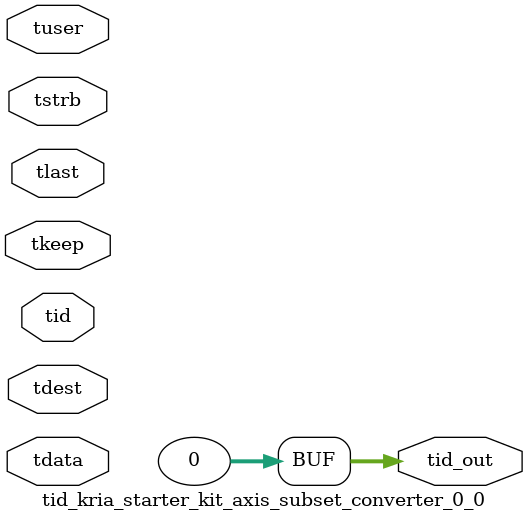
<source format=v>


`timescale 1ps/1ps

module tid_kria_starter_kit_axis_subset_converter_0_0 #
(
parameter C_S_AXIS_TID_WIDTH   = 1,
parameter C_S_AXIS_TUSER_WIDTH = 0,
parameter C_S_AXIS_TDATA_WIDTH = 0,
parameter C_S_AXIS_TDEST_WIDTH = 0,
parameter C_M_AXIS_TID_WIDTH   = 32
)
(
input  [(C_S_AXIS_TID_WIDTH   == 0 ? 1 : C_S_AXIS_TID_WIDTH)-1:0       ] tid,
input  [(C_S_AXIS_TDATA_WIDTH == 0 ? 1 : C_S_AXIS_TDATA_WIDTH)-1:0     ] tdata,
input  [(C_S_AXIS_TUSER_WIDTH == 0 ? 1 : C_S_AXIS_TUSER_WIDTH)-1:0     ] tuser,
input  [(C_S_AXIS_TDEST_WIDTH == 0 ? 1 : C_S_AXIS_TDEST_WIDTH)-1:0     ] tdest,
input  [(C_S_AXIS_TDATA_WIDTH/8)-1:0 ] tkeep,
input  [(C_S_AXIS_TDATA_WIDTH/8)-1:0 ] tstrb,
input                                                                    tlast,
output [(C_M_AXIS_TID_WIDTH   == 0 ? 1 : C_M_AXIS_TID_WIDTH)-1:0       ] tid_out
);

assign tid_out = {1'b0};

endmodule


</source>
